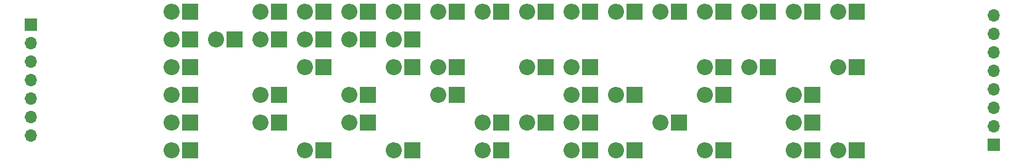
<source format=gbr>
%TF.GenerationSoftware,KiCad,Pcbnew,(5.1.10-1-10_14)*%
%TF.CreationDate,2021-12-11T09:21:19-05:00*%
%TF.ProjectId,control-unit,636f6e74-726f-46c2-9d75-6e69742e6b69,rev?*%
%TF.SameCoordinates,Original*%
%TF.FileFunction,Soldermask,Bot*%
%TF.FilePolarity,Negative*%
%FSLAX46Y46*%
G04 Gerber Fmt 4.6, Leading zero omitted, Abs format (unit mm)*
G04 Created by KiCad (PCBNEW (5.1.10-1-10_14)) date 2021-12-11 09:21:19*
%MOMM*%
%LPD*%
G01*
G04 APERTURE LIST*
%ADD10O,2.200000X2.200000*%
%ADD11R,2.200000X2.200000*%
%ADD12O,1.700000X1.700000*%
%ADD13R,1.700000X1.700000*%
G04 APERTURE END LIST*
D10*
%TO.C,D55*%
X245872000Y-128016000D03*
D11*
X248412000Y-128016000D03*
%TD*%
D10*
%TO.C,D54*%
X245872000Y-116586000D03*
D11*
X248412000Y-116586000D03*
%TD*%
D10*
%TO.C,D53*%
X245872000Y-108966000D03*
D11*
X248412000Y-108966000D03*
%TD*%
D10*
%TO.C,D52*%
X239776000Y-128016000D03*
D11*
X242316000Y-128016000D03*
%TD*%
D10*
%TO.C,D51*%
X239776000Y-124206000D03*
D11*
X242316000Y-124206000D03*
%TD*%
D10*
%TO.C,D50*%
X239776000Y-120396000D03*
D11*
X242316000Y-120396000D03*
%TD*%
D10*
%TO.C,D49*%
X239776000Y-108966000D03*
D11*
X242316000Y-108966000D03*
%TD*%
D10*
%TO.C,D48*%
X233680000Y-116586000D03*
D11*
X236220000Y-116586000D03*
%TD*%
D10*
%TO.C,D47*%
X233680000Y-108966000D03*
D11*
X236220000Y-108966000D03*
%TD*%
D10*
%TO.C,D46*%
X227584000Y-128016000D03*
D11*
X230124000Y-128016000D03*
%TD*%
D10*
%TO.C,D45*%
X227584000Y-120396000D03*
D11*
X230124000Y-120396000D03*
%TD*%
D10*
%TO.C,D44*%
X227584000Y-116586000D03*
D11*
X230124000Y-116586000D03*
%TD*%
D10*
%TO.C,D43*%
X227584000Y-108966000D03*
D11*
X230124000Y-108966000D03*
%TD*%
D10*
%TO.C,D42*%
X221488000Y-124206000D03*
D11*
X224028000Y-124206000D03*
%TD*%
D10*
%TO.C,D41*%
X221488000Y-108966000D03*
D11*
X224028000Y-108966000D03*
%TD*%
D10*
%TO.C,D40*%
X215392000Y-128016000D03*
D11*
X217932000Y-128016000D03*
%TD*%
D10*
%TO.C,D39*%
X215392000Y-120396000D03*
D11*
X217932000Y-120396000D03*
%TD*%
D10*
%TO.C,D38*%
X215392000Y-108966000D03*
D11*
X217932000Y-108966000D03*
%TD*%
D10*
%TO.C,D37*%
X209296000Y-128016000D03*
D11*
X211836000Y-128016000D03*
%TD*%
D10*
%TO.C,D36*%
X209296000Y-124206000D03*
D11*
X211836000Y-124206000D03*
%TD*%
D10*
%TO.C,D35*%
X209296000Y-120396000D03*
D11*
X211836000Y-120396000D03*
%TD*%
D10*
%TO.C,D34*%
X209296000Y-116586000D03*
D11*
X211836000Y-116586000D03*
%TD*%
D10*
%TO.C,D33*%
X209296000Y-108966000D03*
D11*
X211836000Y-108966000D03*
%TD*%
D10*
%TO.C,D32*%
X203200000Y-124206000D03*
D11*
X205740000Y-124206000D03*
%TD*%
D10*
%TO.C,D31*%
X203200000Y-116586000D03*
D11*
X205740000Y-116586000D03*
%TD*%
D10*
%TO.C,D30*%
X203200000Y-108966000D03*
D11*
X205740000Y-108966000D03*
%TD*%
D10*
%TO.C,D29*%
X197104000Y-128016000D03*
D11*
X199644000Y-128016000D03*
%TD*%
D10*
%TO.C,D28*%
X197104000Y-124206000D03*
D11*
X199644000Y-124206000D03*
%TD*%
D10*
%TO.C,D27*%
X197104000Y-108966000D03*
D11*
X199644000Y-108966000D03*
%TD*%
D10*
%TO.C,D26*%
X191008000Y-120396000D03*
D11*
X193548000Y-120396000D03*
%TD*%
D10*
%TO.C,D25*%
X191008000Y-116586000D03*
D11*
X193548000Y-116586000D03*
%TD*%
D10*
%TO.C,D24*%
X191008000Y-108966000D03*
D11*
X193548000Y-108966000D03*
%TD*%
D10*
%TO.C,D23*%
X184912000Y-128016000D03*
D11*
X187452000Y-128016000D03*
%TD*%
D10*
%TO.C,D22*%
X184912000Y-116586000D03*
D11*
X187452000Y-116586000D03*
%TD*%
D10*
%TO.C,D21*%
X184912000Y-112776000D03*
D11*
X187452000Y-112776000D03*
%TD*%
D10*
%TO.C,D20*%
X184912000Y-108966000D03*
D11*
X187452000Y-108966000D03*
%TD*%
D10*
%TO.C,D19*%
X178816000Y-124206000D03*
D11*
X181356000Y-124206000D03*
%TD*%
D10*
%TO.C,D18*%
X178816000Y-120396000D03*
D11*
X181356000Y-120396000D03*
%TD*%
D10*
%TO.C,D17*%
X178816000Y-112776000D03*
D11*
X181356000Y-112776000D03*
%TD*%
D10*
%TO.C,D16*%
X178816000Y-108966000D03*
D11*
X181356000Y-108966000D03*
%TD*%
D10*
%TO.C,D15*%
X172720000Y-128016000D03*
D11*
X175260000Y-128016000D03*
%TD*%
D10*
%TO.C,D14*%
X172720000Y-116586000D03*
D11*
X175260000Y-116586000D03*
%TD*%
D10*
%TO.C,D13*%
X172720000Y-112776000D03*
D11*
X175260000Y-112776000D03*
%TD*%
D10*
%TO.C,D12*%
X172720000Y-108966000D03*
D11*
X175260000Y-108966000D03*
%TD*%
D10*
%TO.C,D11*%
X166624000Y-124206000D03*
D11*
X169164000Y-124206000D03*
%TD*%
D10*
%TO.C,D10*%
X166624000Y-120396000D03*
D11*
X169164000Y-120396000D03*
%TD*%
D10*
%TO.C,D9*%
X166624000Y-112776000D03*
D11*
X169164000Y-112776000D03*
%TD*%
D10*
%TO.C,D8*%
X166624000Y-108966000D03*
D11*
X169164000Y-108966000D03*
%TD*%
D10*
%TO.C,D7*%
X160528000Y-112776000D03*
D11*
X163068000Y-112776000D03*
%TD*%
D10*
%TO.C,D6*%
X154432000Y-124206000D03*
D11*
X156972000Y-124206000D03*
%TD*%
D10*
%TO.C,D5*%
X154432000Y-120396000D03*
D11*
X156972000Y-120396000D03*
%TD*%
D10*
%TO.C,D4*%
X154432000Y-116586000D03*
D11*
X156972000Y-116586000D03*
%TD*%
D10*
%TO.C,D3*%
X154432000Y-112776000D03*
D11*
X156972000Y-112776000D03*
%TD*%
D10*
%TO.C,D1*%
X154432000Y-128016000D03*
D11*
X156972000Y-128016000D03*
%TD*%
D10*
%TO.C,D2*%
X154432000Y-108966000D03*
D11*
X156972000Y-108966000D03*
%TD*%
D12*
%TO.C,J2*%
X267208000Y-109474000D03*
X267208000Y-112014000D03*
X267208000Y-114554000D03*
X267208000Y-117094000D03*
X267208000Y-119634000D03*
X267208000Y-122174000D03*
X267208000Y-124714000D03*
D13*
X267208000Y-127254000D03*
%TD*%
D12*
%TO.C,J1*%
X135128000Y-125984000D03*
X135128000Y-123444000D03*
X135128000Y-120904000D03*
X135128000Y-118364000D03*
X135128000Y-115824000D03*
X135128000Y-113284000D03*
D13*
X135128000Y-110744000D03*
%TD*%
M02*

</source>
